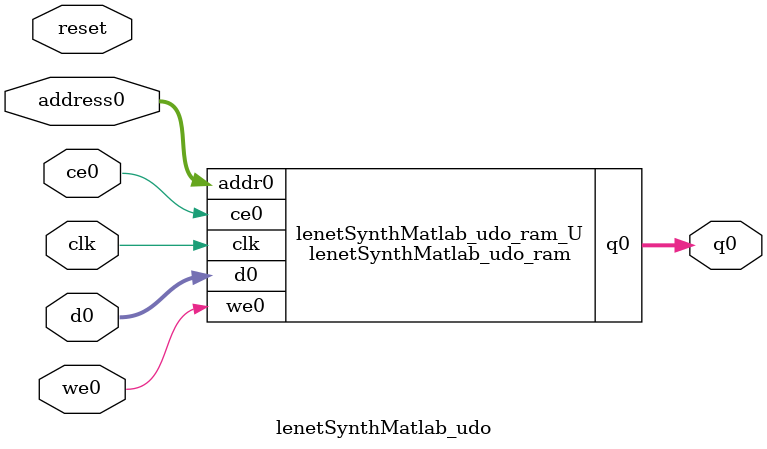
<source format=v>

`timescale 1 ns / 1 ps
module lenetSynthMatlab_udo_ram (addr0, ce0, d0, we0, q0,  clk);

parameter DWIDTH = 32;
parameter AWIDTH = 8;
parameter MEM_SIZE = 150;

input[AWIDTH-1:0] addr0;
input ce0;
input[DWIDTH-1:0] d0;
input we0;
output reg[DWIDTH-1:0] q0;
input clk;

(* ram_style = "block" *)reg [DWIDTH-1:0] ram[0:MEM_SIZE-1];




always @(posedge clk)  
begin 
    if (ce0) 
    begin
        if (we0) 
        begin 
            ram[addr0] <= d0; 
            q0 <= d0;
        end 
        else 
            q0 <= ram[addr0];
    end
end


endmodule


`timescale 1 ns / 1 ps
module lenetSynthMatlab_udo(
    reset,
    clk,
    address0,
    ce0,
    we0,
    d0,
    q0);

parameter DataWidth = 32'd32;
parameter AddressRange = 32'd150;
parameter AddressWidth = 32'd8;
input reset;
input clk;
input[AddressWidth - 1:0] address0;
input ce0;
input we0;
input[DataWidth - 1:0] d0;
output[DataWidth - 1:0] q0;



lenetSynthMatlab_udo_ram lenetSynthMatlab_udo_ram_U(
    .clk( clk ),
    .addr0( address0 ),
    .ce0( ce0 ),
    .we0( we0 ),
    .d0( d0 ),
    .q0( q0 ));

endmodule


</source>
